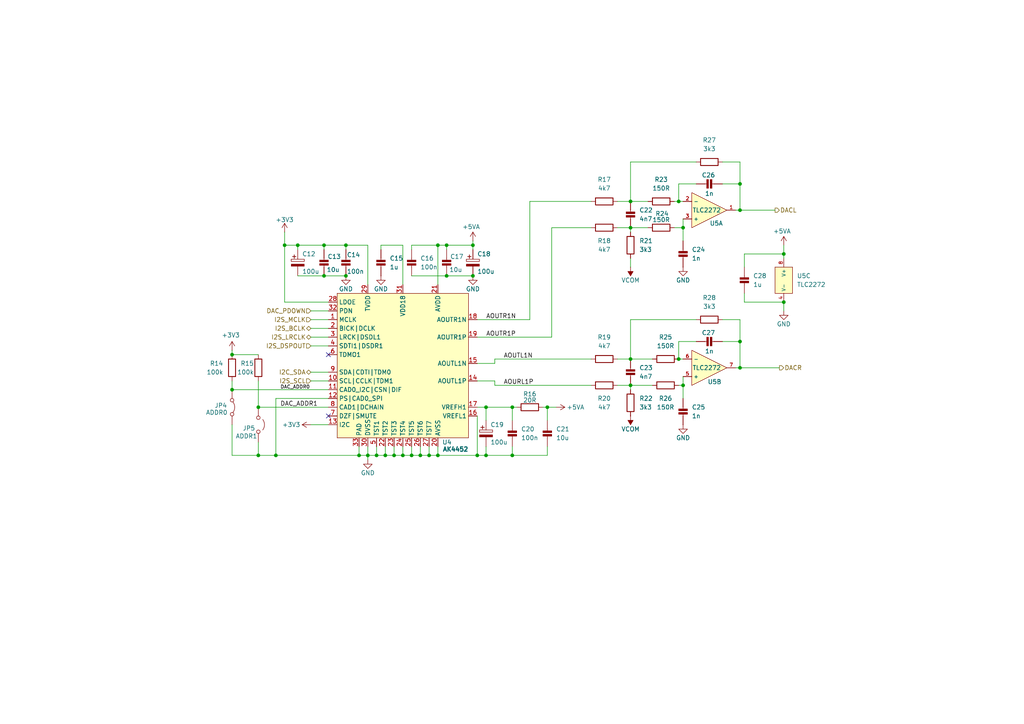
<source format=kicad_sch>
(kicad_sch (version 20231120) (generator "eeschema") (generator_version "8.0")
  (paper "A4")
  (title_block (title "TGX4 ") (date "2024-06-12") (rev "2.0") (company "www.hexefx.com") (comment 1 "Design: Piotr Zapart"))
  (lib_symbols
    (symbol "Device:R" (pin_numbers hide) (pin_names (offset 0))
      (property "Reference" "R" (at 2.032 0 90))
      (property "Value" "R" (at 0 0 90))
      (symbol "R_0_1"
        (rectangle (start -1.016 -2.54) (end 1.016 2.54) (stroke (width 0.254)))
      )
      (symbol "R_1_1"
        (pin passive line (at 0 3.81 270) (length 1.27) (name "~") (number "1"))
        (pin passive line (at 0 -3.81 90) (length 1.27) (name "~") (number "2"))
      )
    )
    (symbol "H_audio_ic:AK4452"
      (property "Reference" "U" (at 13.208 -22.86 0))
      (property "Value" "AK4452" (at 13.208 -24.892 0))
      (symbol "AK4452_1_1"
        (rectangle (start -19.05 20.32) (end 19.05 -21.59) (fill (type background)))
        (pin input line (at -21.59 12.7 0) (length 2.54) (name "MCLK") (number "1"))
        (pin input line (at -21.59 -5.08 0) (length 2.54) (name "SCL|CCLK|TDM1") (number "10"))
        (pin input line (at -21.59 -7.62 0) (length 2.54) (name "CAD0_I2C|CSN|DIF") (number "11"))
        (pin input line (at -21.59 -10.16 0) (length 2.54) (name "PS|CAD0_SPI") (number "12"))
        (pin input line (at -21.59 -17.78 0) (length 2.54) (name "I2C") (number "13"))
        (pin output line (at 21.59 -5.08 180) (length 2.54) (name "AOUTL1P") (number "14"))
        (pin output line (at 21.59 0 180) (length 2.54) (name "AOUTL1N") (number "15"))
        (pin input line (at 21.59 -15.24 180) (length 2.54) (name "VREFL1") (number "16"))
        (pin input line (at 21.59 -12.7 180) (length 2.54) (name "VREFH1") (number "17"))
        (pin output line (at 21.59 12.7 180) (length 2.54) (name "AOUTR1N") (number "18"))
        (pin output line (at 21.59 7.62 180) (length 2.54) (name "AOUTR1P") (number "19"))
        (pin input line (at -21.59 10.16 0) (length 2.54) (name "BICK|DCLK") (number "2"))
        (pin power_in line (at 10.16 -24.13 90) (length 2.54) (name "AVSS") (number "20"))
        (pin power_in line (at 10.16 22.86 270) (length 2.54) (name "AVDD") (number "21"))
        (pin input line (at -5.08 -24.13 90) (length 2.54) (name "TST2") (number "22"))
        (pin input line (at -2.54 -24.13 90) (length 2.54) (name "TST3") (number "23"))
        (pin input line (at 0 -24.13 90) (length 2.54) (name "TST4") (number "24"))
        (pin input line (at 2.54 -24.13 90) (length 2.54) (name "TST5") (number "25"))
        (pin input line (at 5.08 -24.13 90) (length 2.54) (name "TST6") (number "26"))
        (pin input line (at 7.62 -24.13 90) (length 2.54) (name "TST7") (number "27"))
        (pin input line (at -21.59 17.78 0) (length 2.54) (name "LDOE") (number "28"))
        (pin power_in line (at -10.16 22.86 270) (length 2.54) (name "TVDD") (number "29"))
        (pin input line (at -21.59 7.62 0) (length 2.54) (name "LRCK|DSDL1") (number "3"))
        (pin power_in line (at -10.16 -24.13 90) (length 2.54) (name "DVSS") (number "30"))
        (pin passive line (at 0 22.86 270) (length 2.54) (name "VDD18") (number "31"))
        (pin input line (at -21.59 15.24 0) (length 2.54) (name "PDN") (number "32"))
        (pin passive line (at -12.7 -24.13 90) (length 2.54) (name "PAD") (number "33"))
        (pin input line (at -21.59 5.08 0) (length 2.54) (name "SDTI1|DSDR1") (number "4"))
        (pin input line (at -7.62 -24.13 90) (length 2.54) (name "TST1") (number "5"))
        (pin output line (at -21.59 2.54 0) (length 2.54) (name "TDMO1") (number "6"))
        (pin bidirectional line (at -21.59 -15.24 0) (length 2.54) (name "DZF|SMUTE") (number "7"))
        (pin input line (at -21.59 -12.7 0) (length 2.54) (name "CAD1|DCHAIN") (number "8"))
        (pin bidirectional line (at -21.59 -2.54 0) (length 2.54) (name "SDA|CDTI|TDM0") (number "9"))
      )
    )
    (symbol "H_linear:MCP6002"
      (property "Reference" "U" (at 1.27 5.08 0))
      (property "Value" "MCP6002" (at 2.54 -3.81 0))
      (symbol "MCP6002_1_1"
        (polyline (pts (xy -5.08 5.08) (xy 5.08 0) (xy -5.08 -5.08) (xy -5.08 5.08)) (stroke (width 0.1524)) (fill (type background)))
        (pin output line (at 7.62 0 180) (length 2.54) (name "~") (number "1"))
        (pin input line (at -7.62 -2.54 0) (length 2.54) (name "-") (number "2"))
        (pin input line (at -7.62 2.54 0) (length 2.54) (name "+") (number "3"))
      )
      (symbol "MCP6002_2_1"
        (polyline (pts (xy -5.08 5.08) (xy -5.08 -5.08) (xy 5.08 0) (xy -5.08 5.08)) (stroke (width 0.1524)) (fill (type background)))
        (pin input line (at -7.62 2.54 0) (length 2.54) (name "+") (number "5"))
        (pin input line (at -7.62 -2.54 0) (length 2.54) (name "-") (number "6"))
        (pin output line (at 7.62 0 180) (length 2.54) (name "~") (number "7"))
      )
      (symbol "MCP6002_3_1"
        (rectangle (start -2.54 3.81) (end 2.54 -3.81) (stroke (width 0.1524)) (fill (type background)))
        (pin power_in line (at 0 -6.35 90) (length 2.54) (name "V-") (number "4"))
        (pin power_in line (at 0 6.35 270) (length 2.54) (name "V+") (number "8"))
      )
    )
    (symbol "H_passives:CAP_NP" (pin_names (offset 1.016))
      (property "Reference" "C" (at -2.286 -0.0254 90))
      (property "Value" "CAP_NP" (at 2.286 -0.0254 90))
      (symbol "CAP_NP_1_0"
        (rectangle (start -1.27 -0.762) (end 1.27 -0.254) (fill (type outline)))
        (rectangle (start -1.27 0.254) (end 1.27 0.762) (fill (type outline)))
        (polyline (pts (xy 0 -0.508) (xy 0 -1.27)))
        (polyline (pts (xy 0 1.27) (xy 0 0.508)))
        (pin passive line (at 0 3.81 270) (length 2.54) (name "1") (number "1"))
        (pin passive line (at 0 -3.81 90) (length 2.54) (name "2") (number "2"))
      )
    )
    (symbol "H_passives:CAP_POL" (pin_numbers hide) (pin_names (offset 0.254))
      (property "Reference" "C" (at 0 2.54 0))
      (property "Value" "CAP_POL" (at 0.1524 -2.159 0))
      (symbol "CAP_POL_0_1"
        (rectangle (start -1.905 -0.381) (end 1.905 -1.016) (stroke (width 0.1016)) (fill (type outline)))
        (rectangle (start -1.905 1.016) (end 1.905 0.381) (stroke (width 0.1524)))
        (polyline (pts (xy -1.524 1.778) (xy -0.508 1.778)) (stroke (width 0.2032)))
        (polyline (pts (xy -1.016 2.286) (xy -1.016 1.27)) (stroke (width 0.2032)))
      )
      (symbol "CAP_POL_1_1"
        (pin passive line (at 0 3.81 270) (length 2.794) (name "~") (number "1"))
        (pin passive line (at 0 -3.81 90) (length 2.8956) (name "~") (number "2"))
      )
    )
    (symbol "Jumper:Jumper_2_Bridged" (pin_numbers hide) (pin_names (offset 0) hide) (exclude_from_sim yes)
      (property "Reference" "JP" (at 0 1.905 0))
      (property "Value" "Jumper_2_Bridged" (at 0 -2.54 0))
      (symbol "Jumper_2_Bridged_0_0"
        (circle (center -2.032 0) (radius 0.508))
        (circle (center 2.032 0) (radius 0.508))
      )
      (symbol "Jumper_2_Bridged_0_1"
        (arc (start 1.524 0.254) (mid 0 0.762) (end -1.524 0.254))
      )
      (symbol "Jumper_2_Bridged_1_1"
        (pin passive line (at -5.08 0 0) (length 2.54) (name "A") (number "1"))
        (pin passive line (at 5.08 0 180) (length 2.54) (name "B") (number "2"))
      )
    )
    (symbol "Jumper:Jumper_2_Open" (pin_numbers hide) (pin_names (offset 0) hide) (exclude_from_sim yes)
      (property "Reference" "JP" (at 0 2.794 0))
      (property "Value" "Jumper_2_Open" (at 0 -2.286 0))
      (symbol "Jumper_2_Open_0_0"
        (circle (center -2.032 0) (radius 0.508))
        (circle (center 2.032 0) (radius 0.508))
      )
      (symbol "Jumper_2_Open_0_1"
        (arc (start 1.524 1.27) (mid 0 1.778) (end -1.524 1.27))
      )
      (symbol "Jumper_2_Open_1_1"
        (pin passive line (at -5.08 0 0) (length 2.54) (name "A") (number "1"))
        (pin passive line (at 5.08 0 180) (length 2.54) (name "B") (number "2"))
      )
    )
    (symbol "power:+3V3" (power) (pin_numbers hide) (pin_names (offset 0) hide)
      (property "Value" "+3V3" (at 0 3.556 0))
      (symbol "+3V3_0_1"
        (polyline (pts (xy -0.762 1.27) (xy 0 2.54)))
        (polyline (pts (xy 0 0) (xy 0 2.54)))
        (polyline (pts (xy 0 2.54) (xy 0.762 1.27)))
      )
      (symbol "+3V3_1_1"
        (pin power_in line (at 0 0 90) (length 0) (name "~") (number "1"))
      )
    )
    (symbol "power:+5VA" (power) (pin_numbers hide) (pin_names (offset 0) hide)
      (property "Value" "+5VA" (at 0 3.556 0))
      (symbol "+5VA_0_1"
        (polyline (pts (xy -0.762 1.27) (xy 0 2.54)))
        (polyline (pts (xy 0 0) (xy 0 2.54)))
        (polyline (pts (xy 0 2.54) (xy 0.762 1.27)))
      )
      (symbol "+5VA_1_1"
        (pin power_in line (at 0 0 90) (length 0) (name "~") (number "1"))
      )
    )
    (symbol "power:GND" (power) (pin_numbers hide) (pin_names (offset 0) hide)
      (property "Value" "GND" (at 0 -3.81 0))
      (symbol "GND_0_1"
        (polyline (pts (xy 0 0) (xy 0 -1.27) (xy 1.27 -1.27) (xy 0 -2.54) (xy -1.27 -1.27) (xy 0 -1.27)))
      )
      (symbol "GND_1_1"
        (pin power_in line (at 0 0 270) (length 0) (name "~") (number "1"))
      )
    )
    (symbol "power:VCOM" (power) (pin_numbers hide) (pin_names (offset 0) hide)
      (property "Value" "VCOM" (at 0 3.556 0))
      (symbol "VCOM_0_1"
        (polyline (pts (xy 0 0) (xy 0 2.54)))
        (polyline (pts (xy 0.762 1.27) (xy -0.762 1.27) (xy 0 2.54) (xy 0.762 1.27)) (fill (type outline)))
      )
      (symbol "VCOM_1_1"
        (pin power_in line (at 0 0 90) (length 0) (name "~") (number "1"))
      )
    )
  )
  (junction (at 86.36 71.12))
  (junction (at 106.68 132.08))
  (junction (at 182.88 66.04))
  (junction (at 148.59 118.11))
  (junction (at 214.63 99.06))
  (junction (at 127 132.08))
  (junction (at 124.46 132.08))
  (junction (at 198.12 111.76))
  (junction (at 121.92 132.08))
  (junction (at 214.63 106.68))
  (junction (at 140.97 118.11))
  (junction (at 140.97 132.08))
  (junction (at 100.33 71.12))
  (junction (at 82.55 71.12))
  (junction (at 227.33 87.63))
  (junction (at 182.88 111.76))
  (junction (at 137.16 80.01))
  (junction (at 214.63 53.34))
  (junction (at 129.54 80.01))
  (junction (at 74.93 118.11))
  (junction (at 80.01 132.08))
  (junction (at 148.59 132.08))
  (junction (at 74.93 132.08))
  (junction (at 93.98 71.12))
  (junction (at 67.31 113.03))
  (junction (at 67.31 102.87))
  (junction (at 127 71.12))
  (junction (at 100.33 80.01))
  (junction (at 138.43 132.08))
  (junction (at 214.63 60.96))
  (junction (at 116.84 132.08))
  (junction (at 129.54 71.12))
  (junction (at 104.14 132.08))
  (junction (at 137.16 71.12))
  (junction (at 114.3 132.08))
  (junction (at 227.33 73.66))
  (junction (at 196.85 104.14))
  (junction (at 109.22 132.08))
  (junction (at 182.88 58.42))
  (junction (at 119.38 132.08))
  (junction (at 111.76 132.08))
  (junction (at 158.75 118.11))
  (junction (at 182.88 104.14))
  (junction (at 93.98 80.01))
  (junction (at 196.85 58.42))
  (junction (at 198.12 66.04))
  (no_connect (at 95.25 120.65))
  (no_connect (at 95.25 102.87))
  (wire (pts (xy 182.88 92.71) (xy 201.93 92.71)))
  (wire (pts (xy 129.54 80.01) (xy 137.16 80.01)))
  (wire (pts (xy 195.58 58.42) (xy 196.85 58.42)))
  (wire (pts (xy 214.63 106.68) (xy 226.06 106.68)))
  (wire (pts (xy 124.46 132.08) (xy 127 132.08)))
  (wire (pts (xy 198.12 58.42) (xy 196.85 58.42)))
  (wire (pts (xy 119.38 71.12) (xy 127 71.12)))
  (wire (pts (xy 106.68 129.54) (xy 106.68 132.08)))
  (wire (pts (xy 137.16 71.12) (xy 129.54 71.12)))
  (wire (pts (xy 227.33 71.12) (xy 227.33 73.66)))
  (wire (pts (xy 86.36 72.39) (xy 86.36 71.12)))
  (wire (pts (xy 74.93 128.27) (xy 74.93 132.08)))
  (wire (pts (xy 157.48 118.11) (xy 158.75 118.11)))
  (wire (pts (xy 138.43 132.08) (xy 140.97 132.08)))
  (wire (pts (xy 140.97 118.11) (xy 140.97 121.92)))
  (wire (pts (xy 119.38 80.01) (xy 129.54 80.01)))
  (wire (pts (xy 80.01 132.08) (xy 104.14 132.08)))
  (wire (pts (xy 214.63 60.96) (xy 214.63 53.34)))
  (wire (pts (xy 67.31 123.19) (xy 67.31 132.08)))
  (wire (pts (xy 138.43 110.49) (xy 143.51 110.49)))
  (wire (pts (xy 201.93 46.99) (xy 182.88 46.99)))
  (wire (pts (xy 160.02 97.79) (xy 160.02 66.04)))
  (wire (pts (xy 90.17 110.49) (xy 95.25 110.49)))
  (wire (pts (xy 121.92 129.54) (xy 121.92 132.08)))
  (wire (pts (xy 214.63 92.71) (xy 209.55 92.71)))
  (wire (pts (xy 149.86 118.11) (xy 148.59 118.11)))
  (wire (pts (xy 106.68 71.12) (xy 100.33 71.12)))
  (wire (pts (xy 227.33 87.63) (xy 215.9 87.63)))
  (wire (pts (xy 214.63 99.06) (xy 214.63 92.71)))
  (wire (pts (xy 182.88 77.47) (xy 182.88 74.93)))
  (wire (pts (xy 138.43 118.11) (xy 140.97 118.11)))
  (wire (pts (xy 104.14 132.08) (xy 106.68 132.08)))
  (wire (pts (xy 182.88 111.76) (xy 182.88 113.03)))
  (wire (pts (xy 124.46 129.54) (xy 124.46 132.08)))
  (wire (pts (xy 215.9 87.63) (xy 215.9 85.09)))
  (wire (pts (xy 100.33 71.12) (xy 93.98 71.12)))
  (wire (pts (xy 182.88 46.99) (xy 182.88 58.42)))
  (wire (pts (xy 140.97 132.08) (xy 140.97 129.54)))
  (wire (pts (xy 104.14 129.54) (xy 104.14 132.08)))
  (wire (pts (xy 106.68 132.08) (xy 109.22 132.08)))
  (wire (pts (xy 127 71.12) (xy 127 82.55)))
  (wire (pts (xy 143.51 111.76) (xy 171.45 111.76)))
  (wire (pts (xy 143.51 105.41) (xy 143.51 104.14)))
  (wire (pts (xy 67.31 113.03) (xy 95.25 113.03)))
  (wire (pts (xy 196.85 104.14) (xy 196.85 99.06)))
  (wire (pts (xy 196.85 99.06) (xy 201.93 99.06)))
  (wire (pts (xy 209.55 46.99) (xy 214.63 46.99)))
  (wire (pts (xy 129.54 71.12) (xy 127 71.12)))
  (wire (pts (xy 90.17 123.19) (xy 95.25 123.19)))
  (wire (pts (xy 182.88 111.76) (xy 189.23 111.76)))
  (wire (pts (xy 196.85 53.34) (xy 201.93 53.34)))
  (wire (pts (xy 214.63 53.34) (xy 214.63 46.99)))
  (wire (pts (xy 148.59 132.08) (xy 158.75 132.08)))
  (wire (pts (xy 182.88 92.71) (xy 182.88 104.14)))
  (wire (pts (xy 148.59 132.08) (xy 148.59 129.54)))
  (wire (pts (xy 74.93 102.87) (xy 67.31 102.87)))
  (wire (pts (xy 148.59 118.11) (xy 148.59 121.92)))
  (wire (pts (xy 160.02 66.04) (xy 171.45 66.04)))
  (wire (pts (xy 95.25 118.11) (xy 74.93 118.11)))
  (wire (pts (xy 114.3 129.54) (xy 114.3 132.08)))
  (wire (pts (xy 111.76 132.08) (xy 114.3 132.08)))
  (wire (pts (xy 74.93 132.08) (xy 67.31 132.08)))
  (wire (pts (xy 227.33 87.63) (xy 227.33 90.17)))
  (wire (pts (xy 93.98 80.01) (xy 100.33 80.01)))
  (wire (pts (xy 182.88 104.14) (xy 189.23 104.14)))
  (wire (pts (xy 182.88 66.04) (xy 182.88 67.31)))
  (wire (pts (xy 140.97 132.08) (xy 148.59 132.08)))
  (wire (pts (xy 121.92 132.08) (xy 124.46 132.08)))
  (wire (pts (xy 90.17 90.17) (xy 95.25 90.17)))
  (wire (pts (xy 214.63 106.68) (xy 214.63 99.06)))
  (wire (pts (xy 138.43 132.08) (xy 127 132.08)))
  (wire (pts (xy 196.85 58.42) (xy 196.85 53.34)))
  (wire (pts (xy 116.84 132.08) (xy 119.38 132.08)))
  (wire (pts (xy 82.55 87.63) (xy 95.25 87.63)))
  (wire (pts (xy 106.68 82.55) (xy 106.68 71.12)))
  (wire (pts (xy 182.88 58.42) (xy 187.96 58.42)))
  (wire (pts (xy 116.84 71.12) (xy 110.49 71.12)))
  (wire (pts (xy 195.58 66.04) (xy 198.12 66.04)))
  (wire (pts (xy 214.63 60.96) (xy 224.79 60.96)))
  (wire (pts (xy 80.01 115.57) (xy 80.01 132.08)))
  (wire (pts (xy 82.55 71.12) (xy 82.55 87.63)))
  (wire (pts (xy 82.55 67.31) (xy 82.55 71.12)))
  (wire (pts (xy 110.49 71.12) (xy 110.49 72.39)))
  (wire (pts (xy 198.12 109.22) (xy 198.12 111.76)))
  (wire (pts (xy 109.22 129.54) (xy 109.22 132.08)))
  (wire (pts (xy 67.31 101.6) (xy 67.31 102.87)))
  (wire (pts (xy 90.17 107.95) (xy 95.25 107.95)))
  (wire (pts (xy 182.88 66.04) (xy 187.96 66.04)))
  (wire (pts (xy 215.9 73.66) (xy 227.33 73.66)))
  (wire (pts (xy 138.43 92.71) (xy 153.67 92.71)))
  (wire (pts (xy 158.75 118.11) (xy 161.29 118.11)))
  (wire (pts (xy 138.43 105.41) (xy 143.51 105.41)))
  (wire (pts (xy 86.36 71.12) (xy 93.98 71.12)))
  (wire (pts (xy 90.17 92.71) (xy 95.25 92.71)))
  (wire (pts (xy 214.63 99.06) (xy 209.55 99.06)))
  (wire (pts (xy 109.22 132.08) (xy 111.76 132.08)))
  (wire (pts (xy 138.43 120.65) (xy 138.43 132.08)))
  (wire (pts (xy 80.01 115.57) (xy 95.25 115.57)))
  (wire (pts (xy 143.51 110.49) (xy 143.51 111.76)))
  (wire (pts (xy 111.76 129.54) (xy 111.76 132.08)))
  (wire (pts (xy 106.68 133.35) (xy 106.68 132.08)))
  (wire (pts (xy 214.63 53.34) (xy 209.55 53.34)))
  (wire (pts (xy 179.07 111.76) (xy 182.88 111.76)))
  (wire (pts (xy 158.75 132.08) (xy 158.75 129.54)))
  (wire (pts (xy 67.31 110.49) (xy 67.31 113.03)))
  (wire (pts (xy 196.85 104.14) (xy 198.12 104.14)))
  (wire (pts (xy 137.16 69.85) (xy 137.16 71.12)))
  (wire (pts (xy 119.38 129.54) (xy 119.38 132.08)))
  (wire (pts (xy 213.36 106.68) (xy 214.63 106.68)))
  (wire (pts (xy 116.84 82.55) (xy 116.84 71.12)))
  (wire (pts (xy 90.17 100.33) (xy 95.25 100.33)))
  (wire (pts (xy 119.38 132.08) (xy 121.92 132.08)))
  (wire (pts (xy 158.75 118.11) (xy 158.75 121.92)))
  (wire (pts (xy 143.51 104.14) (xy 171.45 104.14)))
  (wire (pts (xy 93.98 71.12) (xy 93.98 72.39)))
  (wire (pts (xy 74.93 132.08) (xy 80.01 132.08)))
  (wire (pts (xy 127 132.08) (xy 127 129.54)))
  (wire (pts (xy 179.07 104.14) (xy 182.88 104.14)))
  (wire (pts (xy 196.85 111.76) (xy 198.12 111.76)))
  (wire (pts (xy 100.33 71.12) (xy 100.33 72.39)))
  (wire (pts (xy 114.3 132.08) (xy 116.84 132.08)))
  (wire (pts (xy 179.07 58.42) (xy 182.88 58.42)))
  (wire (pts (xy 74.93 110.49) (xy 74.93 118.11)))
  (wire (pts (xy 215.9 77.47) (xy 215.9 73.66)))
  (wire (pts (xy 90.17 95.25) (xy 95.25 95.25)))
  (wire (pts (xy 198.12 111.76) (xy 198.12 115.57)))
  (wire (pts (xy 153.67 92.71) (xy 153.67 58.42)))
  (wire (pts (xy 213.36 60.96) (xy 214.63 60.96)))
  (wire (pts (xy 140.97 118.11) (xy 148.59 118.11)))
  (wire (pts (xy 119.38 72.39) (xy 119.38 71.12)))
  (wire (pts (xy 227.33 73.66) (xy 227.33 74.93)))
  (wire (pts (xy 138.43 97.79) (xy 160.02 97.79)))
  (wire (pts (xy 198.12 66.04) (xy 198.12 69.85)))
  (wire (pts (xy 116.84 129.54) (xy 116.84 132.08)))
  (wire (pts (xy 90.17 97.79) (xy 95.25 97.79)))
  (wire (pts (xy 129.54 71.12) (xy 129.54 72.39)))
  (wire (pts (xy 198.12 63.5) (xy 198.12 66.04)))
  (wire (pts (xy 82.55 71.12) (xy 86.36 71.12)))
  (wire (pts (xy 153.67 58.42) (xy 171.45 58.42)))
  (wire (pts (xy 86.36 80.01) (xy 93.98 80.01)))
  (wire (pts (xy 137.16 72.39) (xy 137.16 71.12)))
  (wire (pts (xy 179.07 66.04) (xy 182.88 66.04)))
  (label "AOUTL1N" (at 146.05 104.14 0))
  (label "AOUTR1P" (at 140.97 97.79 0))
  (label "AOURL1P" (at 146.05 111.76 0))
  (label "DAC_ADDR1" (at 81.28 118.11 0))
  (label "DAC_ADDR0" (at 81.28 113.03 0) (effects (font (size 1 1))))
  (label "AOUTR1N" (at 140.97 92.71 0))
  (hierarchical_label "I2S_DSPOUT" (shape input) (at 90.17 100.33 180))
  (hierarchical_label "I2S_LRCLK" (shape bidirectional) (at 90.17 97.79 180))
  (hierarchical_label "DAC_PDOWN" (shape input) (at 90.17 90.17 180))
  (hierarchical_label "I2S_BCLK" (shape bidirectional) (at 90.17 95.25 180))
  (hierarchical_label "I2C_SDA" (shape bidirectional) (at 90.17 107.95 180))
  (hierarchical_label "I2S_SCL" (shape input) (at 90.17 110.49 180))
  (hierarchical_label "DACR" (shape output) (at 226.06 106.68 0))
  (hierarchical_label "DACL" (shape output) (at 224.79 60.96 0))
  (hierarchical_label "I2S_MCLK" (shape input) (at 90.17 92.71 180))
  (symbol (lib_id "H_passives:CAP_NP") (at 100.33 76.2 0) (unit 1)
    (property "Reference" "C14" (at 100.584 73.914 0) (effects (justify left)))
    (property "Value" "100n" (at 100.584 78.74 0) (effects (justify left)))
    (property "Footprint" "H_smd_passives:Hx_C_0805_2012Metric" (effects (hide yes)))
  )
  (symbol (lib_id "H_passives:CAP_NP") (at 182.88 107.95 0) (unit 1)
    (property "Reference" "C23" (at 185.42 106.6799 0) (effects (justify left)))
    (property "Value" "4n7" (at 185.42 109.2199 0) (effects (justify left)))
    (property "Footprint" "H_smd_passives:Hx_C_0805_2012Metric" (effects (hide yes)))
  )
  (symbol (lib_id "H_passives:CAP_POL") (at 137.16 76.2 0) (unit 1)
    (property "Reference" "C18" (at 138.43 73.66 0) (effects (justify left)))
    (property "Value" "100u" (at 138.43 78.74 0) (effects (justify left)))
    (property "Footprint" "Capacitor_Tantalum_SMD:CP_EIA-6032-28_Kemet-C" (effects (hide yes)))
  )
  (symbol (lib_id "H_audio_ic:AK4452") (at 116.84 105.41 0) (unit 1)
    (property "Reference" "U4" (at 128.27 128.27 0) (effects (justify left)))
    (property "Value" "AK4452" (at 128.27 130.302 0) (effects (font (bold yes)) (justify left)))
    (property "Footprint" "Package_DFN_QFN:QFN-32-1EP_5x5mm_P0.5mm_EP3.1x3.1mm" (effects (hide yes)))
    (property "Datasheet" "https://www.akm.com/content/dam/documents/products/audio/audio-dac/ak4452vn/ak4452vn-en-datasheet.pdf" (effects (hide yes)))
    (property "Description" "115dB 768kHz 32-bit 2ch Premium DAC" (effects (hide yes)))
  )
  (symbol (lib_id "H_passives:CAP_POL") (at 86.36 76.2 0) (unit 1)
    (property "Reference" "C12" (at 87.63 73.66 0) (effects (justify left)))
    (property "Value" "100u" (at 87.63 78.74 0) (effects (justify left)))
    (property "Footprint" "Capacitor_Tantalum_SMD:CP_EIA-6032-28_Kemet-C" (effects (hide yes)))
  )
  (symbol (lib_id "power:GND") (at 100.33 80.01 0) (unit 1)
    (property "Reference" "#PWR036" (effects (hide yes)))
    (property "Value" "GND" (at 100.33 83.82 0))
    (property "Description" "Power symbol creates a global label with name \"GND\" , ground" (effects (hide yes)))
  )
  (symbol (lib_id "power:+3V3") (at 82.55 67.31 0) (unit 1)
    (property "Reference" "#PWR034" (effects (hide yes)))
    (property "Value" "+3V3" (at 82.55 63.754 0))
    (property "Description" "Power symbol creates a global label with name \"+3V3\"" (effects (hide yes)))
  )
  (symbol (lib_id "H_linear:MCP6002") (at 205.74 60.96 0) (mirror x) (unit 1)
    (property "Reference" "U5" (at 207.772 64.77 0))
    (property "Value" "TLC2272" (at 204.978 60.96 0))
    (property "Footprint" "Package_SO:SO-8_3.9x4.9mm_P1.27mm" (effects (hide yes)))
  )
  (symbol (lib_id "H_passives:CAP_NP") (at 182.88 62.23 0) (unit 1)
    (property "Reference" "C22" (at 185.42 60.9599 0) (effects (justify left)))
    (property "Value" "4n7" (at 185.42 63.4999 0) (effects (justify left)))
    (property "Footprint" "H_smd_passives:Hx_C_0805_2012Metric" (effects (hide yes)))
  )
  (symbol (lib_id "Device:R") (at 67.31 106.68 0) (mirror x) (unit 1)
    (property "Reference" "R14" (at 64.77 105.4099 0) (effects (justify right)))
    (property "Value" "100k" (at 64.77 107.9499 0) (effects (justify right)))
    (property "Footprint" "H_smd_passives:Hx_R_0805_2012Metric" (effects (hide yes)))
    (property "Description" "Resistor" (effects (hide yes)))
  )
  (symbol (lib_id "Device:R") (at 74.93 106.68 0) (mirror x) (unit 1)
    (property "Reference" "R15" (at 73.66 105.41 0) (effects (justify right)))
    (property "Value" "100k" (at 73.66 107.95 0) (effects (justify right)))
    (property "Footprint" "H_smd_passives:Hx_R_0805_2012Metric" (effects (hide yes)))
    (property "Description" "Resistor" (effects (hide yes)))
  )
  (symbol (lib_id "Device:R") (at 205.74 46.99 90) (unit 1)
    (property "Reference" "R27" (at 205.74 40.64 90))
    (property "Value" "3k3" (at 205.74 43.18 90))
    (property "Footprint" "H_smd_passives:Hx_R_0805_2012Metric" (effects (hide yes)))
    (property "Description" "Resistor" (effects (hide yes)))
  )
  (symbol (lib_id "power:GND") (at 198.12 123.19 0) (unit 1)
    (property "Reference" "#PWR045" (effects (hide yes)))
    (property "Value" "GND" (at 198.12 127 0))
    (property "Description" "Power symbol creates a global label with name \"GND\" , ground" (effects (hide yes)))
  )
  (symbol (lib_id "Device:R") (at 153.67 118.11 90) (unit 1)
    (property "Reference" "R16" (at 153.67 114.3 90))
    (property "Value" "20R" (at 153.67 116.078 90))
    (property "Footprint" "H_smd_passives:Hx_R_0805_2012Metric" (effects (hide yes)))
    (property "Description" "Resistor" (effects (hide yes)))
  )
  (symbol (lib_id "H_passives:CAP_NP") (at 148.59 125.73 0) (unit 1)
    (property "Reference" "C20" (at 151.13 124.4599 0) (effects (justify left)))
    (property "Value" "100n" (at 151.13 126.9999 0) (effects (justify left)))
    (property "Footprint" "H_smd_passives:Hx_C_0805_2012Metric" (effects (hide yes)))
  )
  (symbol (lib_id "power:GND") (at 110.49 80.01 0) (unit 1)
    (property "Reference" "#PWR038" (effects (hide yes)))
    (property "Value" "GND" (at 110.49 83.82 0))
    (property "Description" "Power symbol creates a global label with name \"GND\" , ground" (effects (hide yes)))
  )
  (symbol (lib_id "Device:R") (at 175.26 58.42 90) (unit 1)
    (property "Reference" "R17" (at 175.26 52.07 90))
    (property "Value" "4k7" (at 175.26 54.61 90))
    (property "Footprint" "H_smd_passives:Hx_R_0805_2012Metric" (effects (hide yes)))
    (property "Description" "Resistor" (effects (hide yes)))
  )
  (symbol (lib_id "H_passives:CAP_POL") (at 140.97 125.73 0) (unit 1)
    (property "Reference" "C19" (at 142.24 123.19 0) (effects (justify left)))
    (property "Value" "100u" (at 142.24 128.27 0) (effects (justify left)))
    (property "Footprint" "Capacitor_Tantalum_SMD:CP_EIA-6032-28_Kemet-C" (effects (hide yes)))
  )
  (symbol (lib_id "power:+5VA") (at 137.16 69.85 0) (unit 1)
    (property "Reference" "#PWR039" (effects (hide yes)))
    (property "Value" "+5VA" (at 136.652 65.786 0))
    (property "Description" "Power symbol creates a global label with name \"+5VA\"" (effects (hide yes)))
  )
  (symbol (lib_id "H_passives:CAP_NP") (at 215.9 81.28 0) (unit 1)
    (property "Reference" "C28" (at 218.44 80.0099 0) (effects (justify left)))
    (property "Value" "1u" (at 218.44 82.5499 0) (effects (justify left)))
    (property "Footprint" "H_smd_passives:Hx_C_0805_2012Metric" (effects (hide yes)))
  )
  (symbol (lib_id "power:+3V3") (at 67.31 101.6 0) (mirror y) (unit 1)
    (property "Reference" "#PWR033" (effects (hide yes)))
    (property "Value" "+3V3" (at 66.929 97.2058 0))
    (property "Description" "Power symbol creates a global label with name \"+3V3\"" (effects (hide yes)))
  )
  (symbol (lib_id "H_passives:CAP_NP") (at 205.74 99.06 90) (unit 1)
    (property "Reference" "C27" (at 205.486 96.52 90))
    (property "Value" "1n" (at 205.74 101.854 90))
    (property "Footprint" "H_smd_passives:Hx_C_0805_2012Metric" (effects (hide yes)))
  )
  (symbol (lib_id "H_linear:MCP6002") (at 205.74 106.68 0) (mirror x) (unit 2)
    (property "Reference" "U5" (at 207.264 110.744 0))
    (property "Value" "TLC2272" (at 204.978 106.68 0))
    (property "Footprint" "Package_SO:SO-8_3.9x4.9mm_P1.27mm" (effects (hide yes)))
  )
  (symbol (lib_id "Device:R") (at 182.88 116.84 180) (unit 1)
    (property "Reference" "R22" (at 185.42 115.5699 0) (effects (justify right)))
    (property "Value" "3k3" (at 185.42 118.1099 0) (effects (justify right)))
    (property "Footprint" "H_smd_passives:Hx_R_0805_2012Metric" (effects (hide yes)))
    (property "Description" "Resistor" (effects (hide yes)))
  )
  (symbol (lib_id "Device:R") (at 175.26 111.76 90) (unit 1)
    (property "Reference" "R20" (at 175.26 115.57 90))
    (property "Value" "4k7" (at 175.26 118.11 90))
    (property "Footprint" "H_smd_passives:Hx_R_0805_2012Metric" (effects (hide yes)))
    (property "Description" "Resistor" (effects (hide yes)))
  )
  (symbol (lib_id "H_passives:CAP_NP") (at 158.75 125.73 0) (unit 1)
    (property "Reference" "C21" (at 161.29 124.4599 0) (effects (justify left)))
    (property "Value" "10u" (at 161.29 126.9999 0) (effects (justify left)))
    (property "Footprint" "H_smd_passives:Hx_C_0805_2012Metric" (effects (hide yes)))
  )
  (symbol (lib_id "Device:R") (at 191.77 58.42 90) (unit 1)
    (property "Reference" "R23" (at 191.77 52.07 90))
    (property "Value" "150R" (at 191.77 54.61 90))
    (property "Footprint" "H_smd_passives:Hx_R_0805_2012Metric" (effects (hide yes)))
    (property "Description" "Resistor" (effects (hide yes)))
  )
  (symbol (lib_id "Device:R") (at 182.88 71.12 180) (unit 1)
    (property "Reference" "R21" (at 185.42 69.8499 0) (effects (justify right)))
    (property "Value" "3k3" (at 185.42 72.3899 0) (effects (justify right)))
    (property "Footprint" "H_smd_passives:Hx_R_0805_2012Metric" (effects (hide yes)))
    (property "Description" "Resistor" (effects (hide yes)))
  )
  (symbol (lib_id "power:+5VA") (at 227.33 71.12 0) (unit 1)
    (property "Reference" "#PWR046" (effects (hide yes)))
    (property "Value" "+5VA" (at 226.822 67.056 0))
    (property "Description" "Power symbol creates a global label with name \"+5VA\"" (effects (hide yes)))
  )
  (symbol (lib_id "power:GND") (at 137.16 80.01 0) (unit 1)
    (property "Reference" "#PWR040" (effects (hide yes)))
    (property "Value" "GND" (at 137.16 83.82 0))
    (property "Description" "Power symbol creates a global label with name \"GND\" , ground" (effects (hide yes)))
  )
  (symbol (lib_id "H_passives:CAP_NP") (at 93.98 76.2 0) (unit 1)
    (property "Reference" "C13" (at 94.996 74.422 0) (effects (justify left)))
    (property "Value" "10u" (at 94.742 78.232 0) (effects (justify left)))
    (property "Footprint" "H_smd_passives:Hx_C_0805_2012Metric" (effects (hide yes)))
  )
  (symbol (lib_id "power:GND") (at 198.12 77.47 0) (unit 1)
    (property "Reference" "#PWR044" (effects (hide yes)))
    (property "Value" "GND" (at 198.12 81.28 0))
    (property "Description" "Power symbol creates a global label with name \"GND\" , ground" (effects (hide yes)))
  )
  (symbol (lib_id "H_passives:CAP_NP") (at 205.74 53.34 90) (unit 1)
    (property "Reference" "C26" (at 205.486 50.8 90))
    (property "Value" "1n" (at 205.74 56.134 90))
    (property "Footprint" "H_smd_passives:Hx_C_0805_2012Metric" (effects (hide yes)))
  )
  (symbol (lib_id "Device:R") (at 175.26 66.04 90) (unit 1)
    (property "Reference" "R18" (at 175.26 69.85 90))
    (property "Value" "4k7" (at 175.26 72.39 90))
    (property "Footprint" "H_smd_passives:Hx_R_0805_2012Metric" (effects (hide yes)))
    (property "Description" "Resistor" (effects (hide yes)))
  )
  (symbol (lib_id "power:+5VA") (at 161.29 118.11 270) (unit 1)
    (property "Reference" "#PWR041" (effects (hide yes)))
    (property "Value" "+5VA" (at 164.338 118.11 90) (effects (justify left)))
    (property "Description" "Power symbol creates a global label with name \"+5VA\"" (effects (hide yes)))
  )
  (symbol (lib_id "Jumper:Jumper_2_Bridged") (at 67.31 118.11 270) (mirror x) (unit 1) (exclude_from_sim yes) (in_bom no)
    (property "Reference" "JP4" (at 62.23 117.602 90) (effects (justify left)))
    (property "Value" "ADDR0" (at 59.69 119.634 90) (effects (justify left)))
    (property "Footprint" "H_switches:PCB_jumper_2_closed" (effects (hide yes)))
    (property "Description" "Jumper, 2-pole, closed/bridged" (effects (hide yes)))
  )
  (symbol (lib_id "H_passives:CAP_NP") (at 198.12 73.66 180) (unit 1)
    (property "Reference" "C24" (at 200.66 72.3899 0) (effects (justify right)))
    (property "Value" "1n" (at 200.66 74.9299 0) (effects (justify right)))
    (property "Footprint" "H_smd_passives:Hx_C_0805_2012Metric" (effects (hide yes)))
  )
  (symbol (lib_id "H_linear:MCP6002") (at 227.33 81.28 0) (unit 3)
    (property "Reference" "U5" (at 231.14 80.0099 0) (effects (justify left)))
    (property "Value" "TLC2272" (at 231.14 82.5499 0) (effects (justify left)))
    (property "Footprint" "Package_SO:SO-8_3.9x4.9mm_P1.27mm" (effects (hide yes)))
  )
  (symbol (lib_id "power:+3V3") (at 90.17 123.19 90) (unit 1)
    (property "Reference" "#PWR035" (effects (hide yes)))
    (property "Value" "+3V3" (at 87.122 123.19 90) (effects (justify left)))
    (property "Description" "Power symbol creates a global label with name \"+3V3\"" (effects (hide yes)))
  )
  (symbol (lib_id "power:VCOM") (at 182.88 77.47 180) (unit 1)
    (property "Reference" "#PWR042" (effects (hide yes)))
    (property "Value" "VCOM" (at 182.88 81.28 0))
    (property "Description" "Power symbol creates a global label with name \"VCOM\"" (effects (hide yes)))
  )
  (symbol (lib_id "power:GND") (at 227.33 90.17 0) (unit 1)
    (property "Reference" "#PWR047" (effects (hide yes)))
    (property "Value" "GND" (at 227.33 93.98 0))
    (property "Description" "Power symbol creates a global label with name \"GND\" , ground" (effects (hide yes)))
  )
  (symbol (lib_id "Device:R") (at 191.77 66.04 90) (unit 1)
    (property "Reference" "R24" (at 192.024 61.976 90))
    (property "Value" "150R" (at 191.77 63.754 90))
    (property "Footprint" "H_smd_passives:Hx_R_0805_2012Metric" (effects (hide yes)))
    (property "Description" "Resistor" (effects (hide yes)))
  )
  (symbol (lib_id "Device:R") (at 175.26 104.14 90) (unit 1)
    (property "Reference" "R19" (at 175.26 97.79 90))
    (property "Value" "4k7" (at 175.26 100.33 90))
    (property "Footprint" "H_smd_passives:Hx_R_0805_2012Metric" (effects (hide yes)))
    (property "Description" "Resistor" (effects (hide yes)))
  )
  (symbol (lib_id "Jumper:Jumper_2_Open") (at 74.93 123.19 270) (mirror x) (unit 1) (exclude_from_sim yes) (in_bom no)
    (property "Reference" "JP5" (at 70.358 124.206 90) (effects (justify left)))
    (property "Value" "ADDR1" (at 68.326 126.492 90) (effects (justify left)))
    (property "Footprint" "H_switches:PCB_jumper_2" (effects (hide yes)))
    (property "Description" "Jumper, 2-pole, open" (effects (hide yes)))
  )
  (symbol (lib_id "Device:R") (at 205.74 92.71 90) (unit 1)
    (property "Reference" "R28" (at 205.74 86.36 90))
    (property "Value" "3k3" (at 205.74 88.9 90))
    (property "Footprint" "H_smd_passives:Hx_R_0805_2012Metric" (effects (hide yes)))
    (property "Description" "Resistor" (effects (hide yes)))
  )
  (symbol (lib_id "power:GND") (at 106.68 133.35 0) (unit 1)
    (property "Reference" "#PWR037" (effects (hide yes)))
    (property "Value" "GND" (at 106.68 137.16 0))
    (property "Description" "Power symbol creates a global label with name \"GND\" , ground" (effects (hide yes)))
  )
  (symbol (lib_id "H_passives:CAP_NP") (at 110.49 76.2 0) (unit 1)
    (property "Reference" "C15" (at 113.03 74.9299 0) (effects (justify left)))
    (property "Value" "1u" (at 113.03 77.4699 0) (effects (justify left)))
    (property "Footprint" "H_smd_passives:Hx_C_0805_2012Metric" (effects (hide yes)))
  )
  (symbol (lib_id "Device:R") (at 193.04 104.14 90) (unit 1)
    (property "Reference" "R25" (at 193.04 97.79 90))
    (property "Value" "150R" (at 193.04 100.33 90))
    (property "Footprint" "H_smd_passives:Hx_R_0805_2012Metric" (effects (hide yes)))
    (property "Description" "Resistor" (effects (hide yes)))
  )
  (symbol (lib_id "H_passives:CAP_NP") (at 119.38 76.2 0) (unit 1)
    (property "Reference" "C16" (at 121.92 74.9299 0) (effects (justify left)))
    (property "Value" "100n" (at 121.92 77.4699 0) (effects (justify left)))
    (property "Footprint" "H_smd_passives:Hx_C_0805_2012Metric" (effects (hide yes)))
  )
  (symbol (lib_id "power:VCOM") (at 182.88 120.65 180) (unit 1)
    (property "Reference" "#PWR043" (effects (hide yes)))
    (property "Value" "VCOM" (at 182.88 124.46 0))
    (property "Description" "Power symbol creates a global label with name \"VCOM\"" (effects (hide yes)))
  )
  (symbol (lib_id "Device:R") (at 193.04 111.76 90) (unit 1)
    (property "Reference" "R26" (at 193.04 115.57 90))
    (property "Value" "150R" (at 193.04 118.11 90))
    (property "Footprint" "H_smd_passives:Hx_R_0805_2012Metric" (effects (hide yes)))
    (property "Description" "Resistor" (effects (hide yes)))
  )
  (symbol (lib_id "H_passives:CAP_NP") (at 198.12 119.38 180) (unit 1)
    (property "Reference" "C25" (at 200.66 118.1099 0) (effects (justify right)))
    (property "Value" "1n" (at 200.66 120.6499 0) (effects (justify right)))
    (property "Footprint" "H_smd_passives:Hx_C_0805_2012Metric" (effects (hide yes)))
  )
  (symbol (lib_id "H_passives:CAP_NP") (at 129.54 76.2 0) (unit 1)
    (property "Reference" "C17" (at 130.556 74.422 0) (effects (justify left)))
    (property "Value" "10u" (at 130.302 78.232 0) (effects (justify left)))
    (property "Footprint" "H_smd_passives:Hx_C_0805_2012Metric" (effects (hide yes)))
  )
)
</source>
